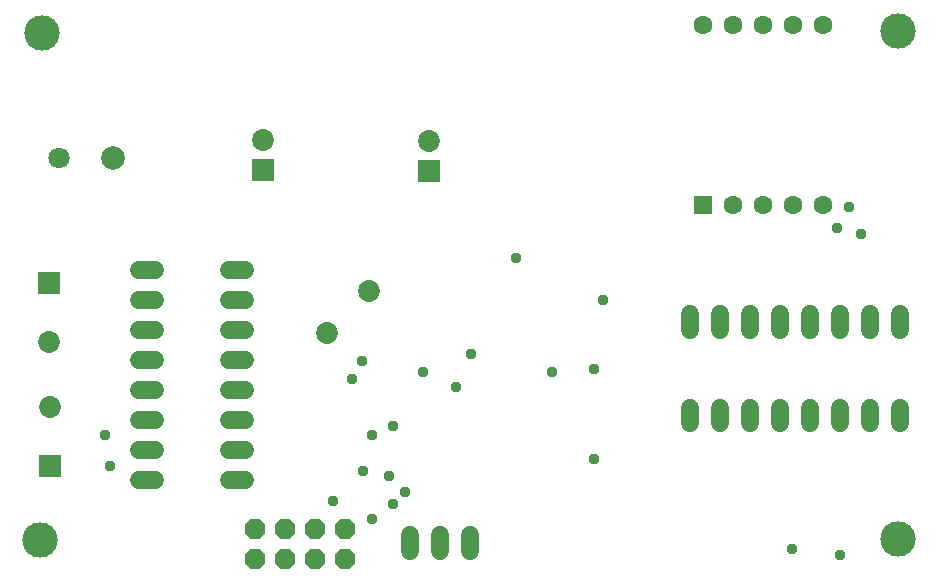
<source format=gbr>
G04 EAGLE Gerber RS-274X export*
G75*
%MOMM*%
%FSLAX34Y34*%
%LPD*%
%INSoldermask Bottom*%
%IPPOS*%
%AMOC8*
5,1,8,0,0,1.08239X$1,22.5*%
G01*
%ADD10R,1.854200X1.854200*%
%ADD11C,1.854200*%
%ADD12C,3.003200*%
%ADD13C,1.524000*%
%ADD14C,2.003200*%
%ADD15C,1.803200*%
%ADD16R,1.853200X1.853200*%
%ADD17C,1.853200*%
%ADD18P,1.869504X8X22.500000*%
%ADD19C,1.491200*%
%ADD20R,1.603200X1.603200*%
%ADD21C,1.603200*%
%ADD22C,0.959600*%


D10*
X224790Y348688D03*
D11*
X224790Y373688D03*
D10*
X365760Y348180D03*
D11*
X365760Y373180D03*
D12*
X37592Y464312D03*
X763016Y466090D03*
X36322Y35814D03*
X762762Y36576D03*
D13*
X133604Y264160D02*
X120396Y264160D01*
X120396Y238760D02*
X133604Y238760D01*
X133604Y213360D02*
X120396Y213360D01*
X120396Y187960D02*
X133604Y187960D01*
X133604Y162560D02*
X120396Y162560D01*
X120396Y137160D02*
X133604Y137160D01*
X133604Y111760D02*
X120396Y111760D01*
X120396Y86360D02*
X133604Y86360D01*
X196596Y86360D02*
X209804Y86360D01*
X209804Y111760D02*
X196596Y111760D01*
X196596Y137160D02*
X209804Y137160D01*
X209804Y162560D02*
X196596Y162560D01*
X196596Y187960D02*
X209804Y187960D01*
X209804Y213360D02*
X196596Y213360D01*
X196596Y238760D02*
X209804Y238760D01*
X209804Y264160D02*
X196596Y264160D01*
D14*
X97700Y358648D03*
D15*
X52700Y358648D03*
D16*
X43942Y253346D03*
D17*
X43942Y203346D03*
D16*
X44958Y98444D03*
D17*
X44958Y148444D03*
D13*
X400558Y39370D02*
X400558Y26162D01*
X349758Y26162D02*
X349758Y39370D01*
X375158Y39370D02*
X375158Y26162D01*
D18*
X218694Y19304D03*
X218694Y44704D03*
X244094Y19304D03*
X244094Y44704D03*
X269494Y19304D03*
X269494Y44704D03*
X294894Y19304D03*
X294894Y44704D03*
D19*
X586740Y134200D02*
X586740Y147080D01*
X612140Y147080D02*
X612140Y134200D01*
X637540Y134200D02*
X637540Y147080D01*
X662940Y147080D02*
X662940Y134200D01*
X688340Y134200D02*
X688340Y147080D01*
X713740Y147080D02*
X713740Y134200D01*
X739140Y134200D02*
X739140Y147080D01*
X764540Y147080D02*
X764540Y134200D01*
X764540Y213600D02*
X764540Y226480D01*
X739140Y226480D02*
X739140Y213600D01*
X713740Y213600D02*
X713740Y226480D01*
X688340Y226480D02*
X688340Y213600D01*
X662940Y213600D02*
X662940Y226480D01*
X637540Y226480D02*
X637540Y213600D01*
X612140Y213600D02*
X612140Y226480D01*
X586740Y226480D02*
X586740Y213600D01*
D20*
X597916Y318770D03*
D21*
X623316Y318770D03*
X648716Y318770D03*
X674116Y318770D03*
X699516Y318770D03*
X699516Y471170D03*
X674116Y471170D03*
X648716Y471170D03*
X623316Y471170D03*
X597916Y471170D03*
D11*
X315141Y246561D03*
X279219Y210639D03*
D22*
X513080Y238760D03*
X439420Y274320D03*
X331900Y89740D03*
X335280Y66040D03*
X388620Y165100D03*
X360680Y177800D03*
X91440Y124460D03*
X95250Y97790D03*
X300560Y171880D03*
X308610Y186690D03*
X731520Y294640D03*
X721360Y317500D03*
X711200Y299720D03*
X317500Y53340D03*
X317500Y124460D03*
X713740Y22860D03*
X284480Y68580D03*
X309880Y93980D03*
X673100Y27940D03*
X505460Y180340D03*
X505460Y104140D03*
X345440Y76200D03*
X469900Y177836D03*
X244094Y44704D03*
X335280Y132080D03*
X401320Y193040D03*
M02*

</source>
